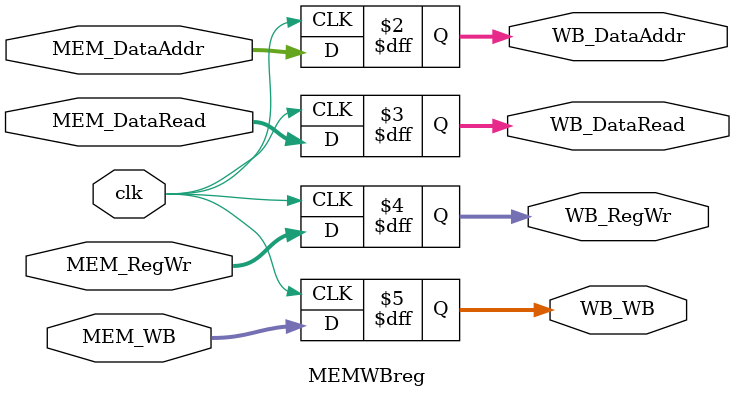
<source format=v>
module MEMWBreg(clk,MEM_DataAddr,MEM_DataRead,MEM_RegWr,MEM_WB,
						WB_DataAddr,WB_DataRead,WB_RegWr,WB_WB);
	input clk;
	input [31:0]MEM_DataAddr,MEM_DataRead;
	input [4:0]MEM_RegWr;
	input [1:0]MEM_WB;
	output reg [31:0]WB_DataAddr,WB_DataRead;
	output reg [4:0]WB_RegWr;
	output reg [1:0]WB_WB;	

	always@(posedge clk)
	begin
		WB_DataAddr <= MEM_DataAddr;
		WB_DataRead <= MEM_DataRead;
		WB_RegWr <= MEM_RegWr;
		WB_WB <= MEM_WB;
	end
endmodule

</source>
